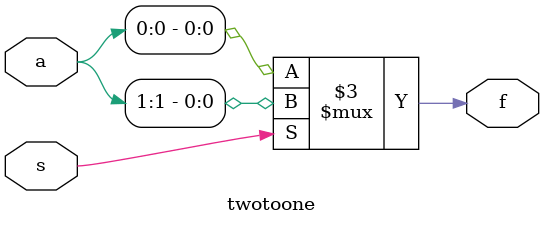
<source format=v>
module fourtoone(a,s,f);
	input [3:0] a;
	input [1:0] s;
	wire [1:0] c;
	output f;
	twotoone stage0(a[1:0],s[0],c[0]);
	twotoone stage1(a[3:2],s[0],c[1]);
	twotoone stage2(c,s[1],f);
endmodule


module twotoone(a,s,f);
	input [1:0] a;
	input s;
	output f;
	reg f;
	always@(s,a)
	begin
		if(s)
			f = a[1];
		else
			f = a[0];
	end
endmodule

</source>
